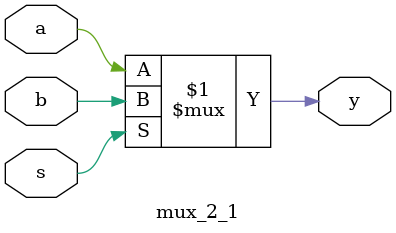
<source format=v>
`timescale 1ns / 1ps


module mux_2_1(input a, input b, input s, output y);
assign y = s ? b : a;
endmodule

</source>
